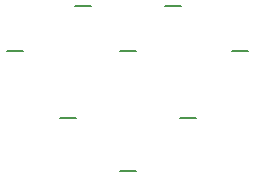
<source format=gto>
G75*
%MOIN*%
%OFA0B0*%
%FSLAX25Y25*%
%IPPOS*%
%LPD*%
%AMOC8*
5,1,8,0,0,1.08239X$1,22.5*
%
%ADD10C,0.00800*%
D10*
X0185646Y0130699D02*
X0191020Y0130699D01*
X0205646Y0148199D02*
X0211020Y0148199D01*
X0171020Y0148199D02*
X0165646Y0148199D01*
X0153520Y0170699D02*
X0148146Y0170699D01*
X0170646Y0185699D02*
X0176020Y0185699D01*
X0200646Y0185699D02*
X0206020Y0185699D01*
X0191020Y0170699D02*
X0185646Y0170699D01*
X0223146Y0170699D02*
X0228520Y0170699D01*
M02*

</source>
